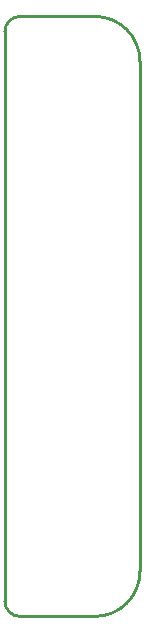
<source format=gko>
G04 #@! TF.FileFunction,Profile,NP*
%FSLAX46Y46*%
G04 Gerber Fmt 4.6, Leading zero omitted, Abs format (unit mm)*
G04 Created by KiCad (PCBNEW 4.0.7) date 09/15/19 19:52:21*
%MOMM*%
%LPD*%
G01*
G04 APERTURE LIST*
%ADD10C,0.100000*%
%ADD11C,0.254000*%
G04 APERTURE END LIST*
D10*
D11*
X149860000Y-63500000D02*
X156210000Y-63500000D01*
X148590000Y-113030000D02*
X148590000Y-64770000D01*
X156210000Y-114300000D02*
X149860000Y-114300000D01*
X148590000Y-113030000D02*
G75*
G03X149860000Y-114300000I1270000J0D01*
G01*
X149860000Y-63500000D02*
G75*
G03X148590000Y-64770000I0J-1270000D01*
G01*
X160020000Y-110490000D02*
X160020000Y-67310000D01*
X156210000Y-114300000D02*
G75*
G03X160020000Y-110490000I0J3810000D01*
G01*
X160020000Y-67310000D02*
G75*
G03X156210000Y-63500000I-3810000J0D01*
G01*
M02*

</source>
